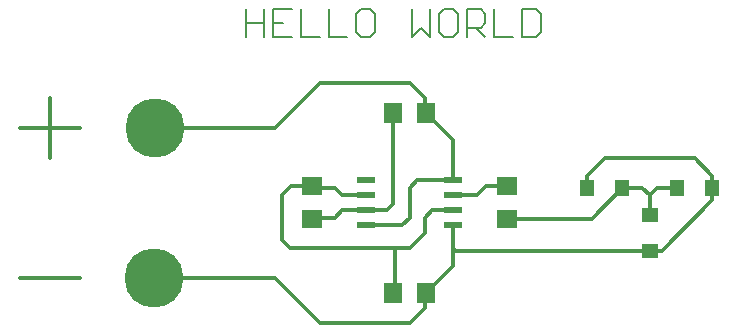
<source format=gtl>
G75*
%MOIN*%
%OFA0B0*%
%FSLAX24Y24*%
%IPPOS*%
%LPD*%
%AMOC8*
5,1,8,0,0,1.08239X$1,22.5*
%
%ADD10C,0.0080*%
%ADD11R,0.0472X0.0551*%
%ADD12R,0.0551X0.0472*%
%ADD13R,0.0709X0.0630*%
%ADD14R,0.0630X0.0709*%
%ADD15C,0.1969*%
%ADD16R,0.0591X0.0236*%
%ADD17C,0.0140*%
D10*
X009710Y014710D02*
X009710Y015631D01*
X009710Y015170D02*
X010324Y015170D01*
X010631Y015170D02*
X010938Y015170D01*
X010631Y014710D02*
X011245Y014710D01*
X011552Y014710D02*
X012165Y014710D01*
X012472Y014710D02*
X013086Y014710D01*
X013393Y014863D02*
X013547Y014710D01*
X013854Y014710D01*
X014007Y014863D01*
X014007Y015477D01*
X013854Y015631D01*
X013547Y015631D01*
X013393Y015477D01*
X013393Y014863D01*
X012472Y014710D02*
X012472Y015631D01*
X011552Y015631D02*
X011552Y014710D01*
X010631Y014710D02*
X010631Y015631D01*
X011245Y015631D01*
X010324Y015631D02*
X010324Y014710D01*
X015235Y014710D02*
X015542Y015017D01*
X015849Y014710D01*
X015849Y015631D01*
X016156Y015477D02*
X016156Y014863D01*
X016309Y014710D01*
X016616Y014710D01*
X016769Y014863D01*
X016769Y015477D01*
X016616Y015631D01*
X016309Y015631D01*
X016156Y015477D01*
X017076Y015631D02*
X017537Y015631D01*
X017690Y015477D01*
X017690Y015170D01*
X017537Y015017D01*
X017076Y015017D01*
X017076Y014710D02*
X017076Y015631D01*
X017383Y015017D02*
X017690Y014710D01*
X017997Y014710D02*
X018611Y014710D01*
X018918Y014710D02*
X019378Y014710D01*
X019532Y014863D01*
X019532Y015477D01*
X019378Y015631D01*
X018918Y015631D01*
X018918Y014710D01*
X017997Y014710D02*
X017997Y015631D01*
X015235Y015631D02*
X015235Y014710D01*
D11*
X021079Y009670D03*
X022261Y009670D03*
X024079Y009670D03*
X025261Y009670D03*
D12*
X023170Y008761D03*
X023170Y007579D03*
D13*
X018420Y008619D03*
X018420Y009721D03*
X011920Y009721D03*
X011920Y008619D03*
D14*
X014619Y006170D03*
X015721Y006170D03*
X015721Y012170D03*
X014619Y012170D03*
D15*
X006670Y011670D03*
X006654Y006670D03*
D16*
X013713Y008420D03*
X013713Y008920D03*
X013713Y009420D03*
X013713Y009920D03*
X016621Y009920D03*
X016621Y009420D03*
X016621Y008920D03*
X016621Y008420D03*
D17*
X004170Y006670D02*
X002170Y006670D01*
X006654Y006670D02*
X010670Y006670D01*
X012170Y005170D01*
X015170Y005170D01*
X015670Y005670D01*
X015670Y006119D01*
X015721Y006170D01*
X016621Y007070D01*
X016621Y007670D01*
X016711Y007579D01*
X023170Y007579D01*
X023579Y007579D01*
X025261Y009261D01*
X025261Y009670D01*
X025261Y010079D01*
X024670Y010670D01*
X021670Y010670D01*
X021079Y010079D01*
X021079Y009670D01*
X021249Y008619D02*
X022261Y009670D01*
X022920Y009670D01*
X023170Y009420D01*
X023170Y008761D01*
X023170Y009420D02*
X023420Y009670D01*
X024079Y009670D01*
X021249Y008619D02*
X018420Y008619D01*
X017420Y009420D02*
X016621Y009420D01*
X016621Y009920D02*
X015420Y009920D01*
X015170Y009670D01*
X015170Y008670D01*
X014920Y008420D01*
X013713Y008420D01*
X013713Y008920D02*
X012920Y008920D01*
X012670Y008670D01*
X011971Y008670D01*
X011920Y008619D01*
X011170Y007670D02*
X010920Y007920D01*
X010920Y009420D01*
X011221Y009721D01*
X011920Y009721D01*
X011971Y009670D01*
X012670Y009670D01*
X012920Y009420D01*
X013713Y009420D01*
X013713Y008920D02*
X014420Y008920D01*
X014619Y009119D01*
X014619Y012170D01*
X015670Y012221D02*
X015670Y012670D01*
X015170Y013170D01*
X012170Y013170D01*
X010670Y011670D01*
X006670Y011670D01*
X004170Y011670D02*
X003170Y011670D01*
X003170Y010670D01*
X003170Y011670D02*
X002170Y011670D01*
X003170Y011670D02*
X003170Y012670D01*
X011170Y007670D02*
X014670Y007670D01*
X015170Y007670D01*
X015670Y008170D01*
X015670Y008670D01*
X015920Y008920D01*
X016621Y008920D01*
X016621Y008420D02*
X016621Y007670D01*
X014670Y007670D02*
X014670Y006221D01*
X014619Y006170D01*
X017420Y009420D02*
X017721Y009721D01*
X018420Y009721D01*
X016621Y009920D02*
X016621Y011270D01*
X015721Y012170D01*
X015670Y012221D01*
M02*

</source>
